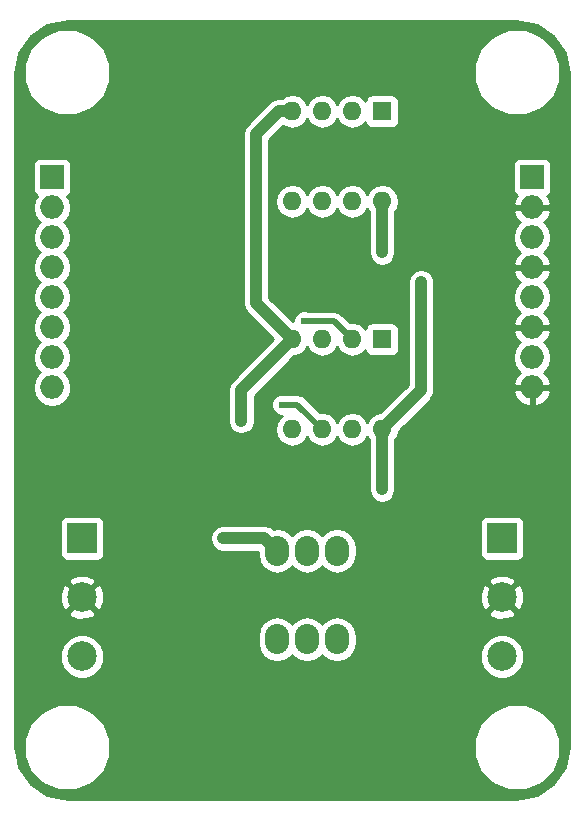
<source format=gbr>
G04 #@! TF.FileFunction,Copper,L2,Bot,Signal*
%FSLAX46Y46*%
G04 Gerber Fmt 4.6, Leading zero omitted, Abs format (unit mm)*
G04 Created by KiCad (PCBNEW 4.0.5-e0-6337~49~ubuntu15.04.1) date Tue Oct 24 21:00:28 2017*
%MOMM*%
%LPD*%
G01*
G04 APERTURE LIST*
%ADD10C,0.100000*%
%ADD11R,1.600000X1.600000*%
%ADD12O,1.600000X1.600000*%
%ADD13O,1.998980X1.998980*%
%ADD14R,1.998980X1.998980*%
%ADD15C,2.500000*%
%ADD16R,2.500000X2.500000*%
%ADD17O,2.032000X2.540000*%
%ADD18C,0.600000*%
%ADD19C,1.000000*%
%ADD20C,0.500000*%
%ADD21C,0.254000*%
G04 APERTURE END LIST*
D10*
D11*
X88900000Y-35052000D03*
D12*
X81280000Y-42672000D03*
X86360000Y-35052000D03*
X83820000Y-42672000D03*
X83820000Y-35052000D03*
X86360000Y-42672000D03*
X81280000Y-35052000D03*
X88900000Y-42672000D03*
D11*
X88900000Y-54356000D03*
D12*
X81280000Y-61976000D03*
X86360000Y-54356000D03*
X83820000Y-61976000D03*
X83820000Y-54356000D03*
X86360000Y-61976000D03*
X81280000Y-54356000D03*
X88900000Y-61976000D03*
D13*
X60960000Y-48260000D03*
D14*
X60960000Y-40640000D03*
D13*
X60960000Y-43180000D03*
X60960000Y-45720000D03*
X60960000Y-50800000D03*
X60960000Y-53340000D03*
X60960000Y-55880000D03*
X60960000Y-58420000D03*
X101600000Y-48260000D03*
D14*
X101600000Y-40640000D03*
D13*
X101600000Y-43180000D03*
X101600000Y-45720000D03*
X101600000Y-50800000D03*
X101600000Y-53340000D03*
X101600000Y-55880000D03*
X101600000Y-58420000D03*
D15*
X63500000Y-81200000D03*
D16*
X63500000Y-71200000D03*
D15*
X63500000Y-76200000D03*
X99060000Y-81200000D03*
D16*
X99060000Y-71200000D03*
D15*
X99060000Y-76200000D03*
D17*
X82550000Y-72263000D03*
X80010000Y-72263000D03*
X85090000Y-72263000D03*
X82550000Y-79756000D03*
X85090000Y-79756000D03*
X80010000Y-79756000D03*
D18*
X87884000Y-72872000D03*
X88900000Y-82804000D03*
X78994000Y-66548000D03*
X80168774Y-39110775D03*
X76342782Y-38698168D03*
X72414000Y-76200000D03*
X96012000Y-56896000D03*
X93980000Y-55118000D03*
X93980000Y-49530000D03*
X90170000Y-56642000D03*
X96520000Y-42418000D03*
X96520000Y-66548000D03*
X96520000Y-61722000D03*
X82550000Y-49784000D03*
X79756000Y-58420000D03*
X79756000Y-50546000D03*
X93980000Y-30226000D03*
X93980000Y-35814000D03*
X96520000Y-47244000D03*
X79756000Y-31242000D03*
X71612000Y-58420000D03*
X71612000Y-55880000D03*
X71612000Y-53340000D03*
X71612000Y-50800000D03*
X71612000Y-48260000D03*
X71612000Y-45720000D03*
X71612000Y-43180000D03*
X71612000Y-40640000D03*
X79756000Y-47244000D03*
X82296000Y-30480000D03*
X90424000Y-37592000D03*
X75438000Y-71200000D03*
X92202000Y-49530000D03*
X88900000Y-46990000D03*
X88900000Y-67056000D03*
X76985128Y-61275857D03*
X82296000Y-52832000D03*
X80459474Y-59882911D03*
D19*
X75438000Y-71200000D02*
X78947000Y-71200000D01*
X78947000Y-71200000D02*
X80010000Y-72263000D01*
X79455000Y-71708000D02*
X80010000Y-72263000D01*
X92202000Y-49530000D02*
X92205328Y-49533328D01*
X92205328Y-49533328D02*
X92205328Y-58670672D01*
X92205328Y-58670672D02*
X89699999Y-61176001D01*
X89699999Y-61176001D02*
X88900000Y-61976000D01*
X88900000Y-42672000D02*
X88900000Y-46990000D01*
X88900000Y-61976000D02*
X88900000Y-67056000D01*
X76985128Y-60851593D02*
X76985128Y-61275857D01*
X76985128Y-58650872D02*
X76985128Y-60851593D01*
X81280000Y-54356000D02*
X76985128Y-58650872D01*
X78232000Y-36968630D02*
X78232000Y-51308000D01*
X78232000Y-51308000D02*
X81280000Y-54356000D01*
X81280000Y-35052000D02*
X80148630Y-35052000D01*
X80148630Y-35052000D02*
X78232000Y-36968630D01*
D20*
X82296000Y-52832000D02*
X84836000Y-52832000D01*
X84836000Y-52832000D02*
X86360000Y-54356000D01*
X80883738Y-59882911D02*
X80459474Y-59882911D01*
X83820000Y-61976000D02*
X81726911Y-59882911D01*
X81726911Y-59882911D02*
X80883738Y-59882911D01*
D21*
G36*
X101997005Y-27725498D02*
X103410221Y-28669779D01*
X104354502Y-30082997D01*
X104700000Y-31819931D01*
X104700000Y-88830069D01*
X104354502Y-90567003D01*
X103410221Y-91980221D01*
X101997005Y-92924502D01*
X100260069Y-93270000D01*
X62299931Y-93270000D01*
X60562997Y-92924502D01*
X59149779Y-91980221D01*
X58205498Y-90567005D01*
X58017772Y-89623241D01*
X58577367Y-89623241D01*
X59132180Y-90965989D01*
X60158607Y-91994210D01*
X61500385Y-92551365D01*
X62953241Y-92552633D01*
X64295989Y-91997820D01*
X65324210Y-90971393D01*
X65881365Y-89629615D01*
X65881370Y-89623241D01*
X96677367Y-89623241D01*
X97232180Y-90965989D01*
X98258607Y-91994210D01*
X99600385Y-92551365D01*
X101053241Y-92552633D01*
X102395989Y-91997820D01*
X103424210Y-90971393D01*
X103981365Y-89629615D01*
X103982633Y-88176759D01*
X103427820Y-86834011D01*
X102401393Y-85805790D01*
X101059615Y-85248635D01*
X99606759Y-85247367D01*
X98264011Y-85802180D01*
X97235790Y-86828607D01*
X96678635Y-88170385D01*
X96677367Y-89623241D01*
X65881370Y-89623241D01*
X65882633Y-88176759D01*
X65327820Y-86834011D01*
X64301393Y-85805790D01*
X62959615Y-85248635D01*
X61506759Y-85247367D01*
X60164011Y-85802180D01*
X59135790Y-86828607D01*
X58578635Y-88170385D01*
X58577367Y-89623241D01*
X58017772Y-89623241D01*
X57860000Y-88830069D01*
X57860000Y-81573305D01*
X61614674Y-81573305D01*
X61901043Y-82266372D01*
X62430839Y-82797093D01*
X63123405Y-83084672D01*
X63873305Y-83085326D01*
X64566372Y-82798957D01*
X65097093Y-82269161D01*
X65384672Y-81576595D01*
X65385326Y-80826695D01*
X65098957Y-80133628D01*
X64569161Y-79602907D01*
X64236272Y-79464679D01*
X78359000Y-79464679D01*
X78359000Y-80047321D01*
X78484675Y-80679131D01*
X78842567Y-81214754D01*
X79378190Y-81572646D01*
X80010000Y-81698321D01*
X80641810Y-81572646D01*
X81177433Y-81214754D01*
X81280000Y-81061252D01*
X81382567Y-81214754D01*
X81918190Y-81572646D01*
X82550000Y-81698321D01*
X83181810Y-81572646D01*
X83717433Y-81214754D01*
X83820000Y-81061252D01*
X83922567Y-81214754D01*
X84458190Y-81572646D01*
X85090000Y-81698321D01*
X85718496Y-81573305D01*
X97174674Y-81573305D01*
X97461043Y-82266372D01*
X97990839Y-82797093D01*
X98683405Y-83084672D01*
X99433305Y-83085326D01*
X100126372Y-82798957D01*
X100657093Y-82269161D01*
X100944672Y-81576595D01*
X100945326Y-80826695D01*
X100658957Y-80133628D01*
X100129161Y-79602907D01*
X99436595Y-79315328D01*
X98686695Y-79314674D01*
X97993628Y-79601043D01*
X97462907Y-80130839D01*
X97175328Y-80823405D01*
X97174674Y-81573305D01*
X85718496Y-81573305D01*
X85721810Y-81572646D01*
X86257433Y-81214754D01*
X86615325Y-80679131D01*
X86741000Y-80047321D01*
X86741000Y-79464679D01*
X86615325Y-78832869D01*
X86257433Y-78297246D01*
X85721810Y-77939354D01*
X85090000Y-77813679D01*
X84458190Y-77939354D01*
X83922567Y-78297246D01*
X83820000Y-78450748D01*
X83717433Y-78297246D01*
X83181810Y-77939354D01*
X82550000Y-77813679D01*
X81918190Y-77939354D01*
X81382567Y-78297246D01*
X81280000Y-78450748D01*
X81177433Y-78297246D01*
X80641810Y-77939354D01*
X80010000Y-77813679D01*
X79378190Y-77939354D01*
X78842567Y-78297246D01*
X78484675Y-78832869D01*
X78359000Y-79464679D01*
X64236272Y-79464679D01*
X63876595Y-79315328D01*
X63126695Y-79314674D01*
X62433628Y-79601043D01*
X61902907Y-80130839D01*
X61615328Y-80823405D01*
X61614674Y-81573305D01*
X57860000Y-81573305D01*
X57860000Y-77533320D01*
X62346285Y-77533320D01*
X62475533Y-77826123D01*
X63175806Y-78094388D01*
X63925435Y-78074250D01*
X64524467Y-77826123D01*
X64653715Y-77533320D01*
X97906285Y-77533320D01*
X98035533Y-77826123D01*
X98735806Y-78094388D01*
X99485435Y-78074250D01*
X100084467Y-77826123D01*
X100213715Y-77533320D01*
X99060000Y-76379605D01*
X97906285Y-77533320D01*
X64653715Y-77533320D01*
X63500000Y-76379605D01*
X62346285Y-77533320D01*
X57860000Y-77533320D01*
X57860000Y-75875806D01*
X61605612Y-75875806D01*
X61625750Y-76625435D01*
X61873877Y-77224467D01*
X62166680Y-77353715D01*
X63320395Y-76200000D01*
X63679605Y-76200000D01*
X64833320Y-77353715D01*
X65126123Y-77224467D01*
X65394388Y-76524194D01*
X65376970Y-75875806D01*
X97165612Y-75875806D01*
X97185750Y-76625435D01*
X97433877Y-77224467D01*
X97726680Y-77353715D01*
X98880395Y-76200000D01*
X99239605Y-76200000D01*
X100393320Y-77353715D01*
X100686123Y-77224467D01*
X100954388Y-76524194D01*
X100934250Y-75774565D01*
X100686123Y-75175533D01*
X100393320Y-75046285D01*
X99239605Y-76200000D01*
X98880395Y-76200000D01*
X97726680Y-75046285D01*
X97433877Y-75175533D01*
X97165612Y-75875806D01*
X65376970Y-75875806D01*
X65374250Y-75774565D01*
X65126123Y-75175533D01*
X64833320Y-75046285D01*
X63679605Y-76200000D01*
X63320395Y-76200000D01*
X62166680Y-75046285D01*
X61873877Y-75175533D01*
X61605612Y-75875806D01*
X57860000Y-75875806D01*
X57860000Y-74866680D01*
X62346285Y-74866680D01*
X63500000Y-76020395D01*
X64653715Y-74866680D01*
X97906285Y-74866680D01*
X99060000Y-76020395D01*
X100213715Y-74866680D01*
X100084467Y-74573877D01*
X99384194Y-74305612D01*
X98634565Y-74325750D01*
X98035533Y-74573877D01*
X97906285Y-74866680D01*
X64653715Y-74866680D01*
X64524467Y-74573877D01*
X63824194Y-74305612D01*
X63074565Y-74325750D01*
X62475533Y-74573877D01*
X62346285Y-74866680D01*
X57860000Y-74866680D01*
X57860000Y-69950000D01*
X61602560Y-69950000D01*
X61602560Y-72450000D01*
X61646838Y-72685317D01*
X61785910Y-72901441D01*
X61998110Y-73046431D01*
X62250000Y-73097440D01*
X64750000Y-73097440D01*
X64985317Y-73053162D01*
X65201441Y-72914090D01*
X65346431Y-72701890D01*
X65397440Y-72450000D01*
X65397440Y-71200000D01*
X74303000Y-71200000D01*
X74389397Y-71634346D01*
X74635434Y-72002566D01*
X75003654Y-72248603D01*
X75438000Y-72335000D01*
X78359000Y-72335000D01*
X78359000Y-72554321D01*
X78484675Y-73186131D01*
X78842567Y-73721754D01*
X79378190Y-74079646D01*
X80010000Y-74205321D01*
X80641810Y-74079646D01*
X81177433Y-73721754D01*
X81280000Y-73568252D01*
X81382567Y-73721754D01*
X81918190Y-74079646D01*
X82550000Y-74205321D01*
X83181810Y-74079646D01*
X83717433Y-73721754D01*
X83820000Y-73568252D01*
X83922567Y-73721754D01*
X84458190Y-74079646D01*
X85090000Y-74205321D01*
X85721810Y-74079646D01*
X86257433Y-73721754D01*
X86615325Y-73186131D01*
X86741000Y-72554321D01*
X86741000Y-71971679D01*
X86615325Y-71339869D01*
X86257433Y-70804246D01*
X85721810Y-70446354D01*
X85090000Y-70320679D01*
X84458190Y-70446354D01*
X83922567Y-70804246D01*
X83820000Y-70957748D01*
X83717433Y-70804246D01*
X83181810Y-70446354D01*
X82550000Y-70320679D01*
X81918190Y-70446354D01*
X81382567Y-70804246D01*
X81280000Y-70957748D01*
X81177433Y-70804246D01*
X80641810Y-70446354D01*
X80010000Y-70320679D01*
X79720790Y-70378207D01*
X79551122Y-70264838D01*
X79381346Y-70151397D01*
X78947000Y-70065000D01*
X75438000Y-70065000D01*
X75003654Y-70151397D01*
X74635434Y-70397434D01*
X74389397Y-70765654D01*
X74303000Y-71200000D01*
X65397440Y-71200000D01*
X65397440Y-69950000D01*
X97162560Y-69950000D01*
X97162560Y-72450000D01*
X97206838Y-72685317D01*
X97345910Y-72901441D01*
X97558110Y-73046431D01*
X97810000Y-73097440D01*
X100310000Y-73097440D01*
X100545317Y-73053162D01*
X100761441Y-72914090D01*
X100906431Y-72701890D01*
X100957440Y-72450000D01*
X100957440Y-69950000D01*
X100913162Y-69714683D01*
X100774090Y-69498559D01*
X100561890Y-69353569D01*
X100310000Y-69302560D01*
X97810000Y-69302560D01*
X97574683Y-69346838D01*
X97358559Y-69485910D01*
X97213569Y-69698110D01*
X97162560Y-69950000D01*
X65397440Y-69950000D01*
X65353162Y-69714683D01*
X65214090Y-69498559D01*
X65001890Y-69353569D01*
X64750000Y-69302560D01*
X62250000Y-69302560D01*
X62014683Y-69346838D01*
X61798559Y-69485910D01*
X61653569Y-69698110D01*
X61602560Y-69950000D01*
X57860000Y-69950000D01*
X57860000Y-39640510D01*
X59313070Y-39640510D01*
X59313070Y-41639490D01*
X59357348Y-41874807D01*
X59496420Y-42090931D01*
X59662473Y-42204390D01*
X59449928Y-42522486D01*
X59325510Y-43147978D01*
X59325510Y-43212022D01*
X59449928Y-43837514D01*
X59804241Y-44367781D01*
X59927290Y-44450000D01*
X59804241Y-44532219D01*
X59449928Y-45062486D01*
X59325510Y-45687978D01*
X59325510Y-45752022D01*
X59449928Y-46377514D01*
X59804241Y-46907781D01*
X59927290Y-46990000D01*
X59804241Y-47072219D01*
X59449928Y-47602486D01*
X59325510Y-48227978D01*
X59325510Y-48292022D01*
X59449928Y-48917514D01*
X59804241Y-49447781D01*
X59927290Y-49530000D01*
X59804241Y-49612219D01*
X59449928Y-50142486D01*
X59325510Y-50767978D01*
X59325510Y-50832022D01*
X59449928Y-51457514D01*
X59804241Y-51987781D01*
X59927290Y-52070000D01*
X59804241Y-52152219D01*
X59449928Y-52682486D01*
X59325510Y-53307978D01*
X59325510Y-53372022D01*
X59449928Y-53997514D01*
X59804241Y-54527781D01*
X59927290Y-54610000D01*
X59804241Y-54692219D01*
X59449928Y-55222486D01*
X59325510Y-55847978D01*
X59325510Y-55912022D01*
X59449928Y-56537514D01*
X59804241Y-57067781D01*
X59927290Y-57150000D01*
X59804241Y-57232219D01*
X59449928Y-57762486D01*
X59325510Y-58387978D01*
X59325510Y-58452022D01*
X59449928Y-59077514D01*
X59804241Y-59607781D01*
X60334508Y-59962094D01*
X60960000Y-60086512D01*
X61585492Y-59962094D01*
X62115759Y-59607781D01*
X62470072Y-59077514D01*
X62554936Y-58650872D01*
X75850128Y-58650872D01*
X75850128Y-61275857D01*
X75936525Y-61710203D01*
X76182562Y-62078423D01*
X76550782Y-62324460D01*
X76985128Y-62410857D01*
X77419474Y-62324460D01*
X77787694Y-62078423D01*
X78033731Y-61710203D01*
X78120128Y-61275857D01*
X78120128Y-60068078D01*
X79524312Y-60068078D01*
X79666357Y-60411854D01*
X79929147Y-60675103D01*
X80272675Y-60817749D01*
X80437855Y-60817893D01*
X80265302Y-60933189D01*
X79954233Y-61398736D01*
X79845000Y-61947887D01*
X79845000Y-62004113D01*
X79954233Y-62553264D01*
X80265302Y-63018811D01*
X80730849Y-63329880D01*
X81280000Y-63439113D01*
X81829151Y-63329880D01*
X82294698Y-63018811D01*
X82550000Y-62636725D01*
X82805302Y-63018811D01*
X83270849Y-63329880D01*
X83820000Y-63439113D01*
X84369151Y-63329880D01*
X84834698Y-63018811D01*
X85090000Y-62636725D01*
X85345302Y-63018811D01*
X85810849Y-63329880D01*
X86360000Y-63439113D01*
X86909151Y-63329880D01*
X87374698Y-63018811D01*
X87630000Y-62636725D01*
X87765000Y-62838767D01*
X87765000Y-67056000D01*
X87851397Y-67490346D01*
X88097434Y-67858566D01*
X88465654Y-68104603D01*
X88900000Y-68191000D01*
X89334346Y-68104603D01*
X89702566Y-67858566D01*
X89948603Y-67490346D01*
X90035000Y-67056000D01*
X90035000Y-62838767D01*
X90225767Y-62553264D01*
X90299736Y-62181397D01*
X90502565Y-61978568D01*
X90502567Y-61978565D01*
X93007894Y-59473238D01*
X93087588Y-59353968D01*
X93253931Y-59105018D01*
X93314532Y-58800355D01*
X100010373Y-58800355D01*
X100276932Y-59379726D01*
X100744916Y-59812987D01*
X101219646Y-60009619D01*
X101473000Y-59890265D01*
X101473000Y-58547000D01*
X101727000Y-58547000D01*
X101727000Y-59890265D01*
X101980354Y-60009619D01*
X102455084Y-59812987D01*
X102923068Y-59379726D01*
X103189627Y-58800355D01*
X103070807Y-58547000D01*
X101727000Y-58547000D01*
X101473000Y-58547000D01*
X100129193Y-58547000D01*
X100010373Y-58800355D01*
X93314532Y-58800355D01*
X93340328Y-58670672D01*
X93340328Y-55847978D01*
X99965510Y-55847978D01*
X99965510Y-55912022D01*
X100089928Y-56537514D01*
X100444241Y-57067781D01*
X100593300Y-57167379D01*
X100276932Y-57460274D01*
X100010373Y-58039645D01*
X100129193Y-58293000D01*
X101473000Y-58293000D01*
X101473000Y-58273000D01*
X101727000Y-58273000D01*
X101727000Y-58293000D01*
X103070807Y-58293000D01*
X103189627Y-58039645D01*
X102923068Y-57460274D01*
X102606700Y-57167379D01*
X102755759Y-57067781D01*
X103110072Y-56537514D01*
X103234490Y-55912022D01*
X103234490Y-55847978D01*
X103110072Y-55222486D01*
X102755759Y-54692219D01*
X102606700Y-54592621D01*
X102923068Y-54299726D01*
X103189627Y-53720355D01*
X103070807Y-53467000D01*
X101727000Y-53467000D01*
X101727000Y-53487000D01*
X101473000Y-53487000D01*
X101473000Y-53467000D01*
X100129193Y-53467000D01*
X100010373Y-53720355D01*
X100276932Y-54299726D01*
X100593300Y-54592621D01*
X100444241Y-54692219D01*
X100089928Y-55222486D01*
X99965510Y-55847978D01*
X93340328Y-55847978D01*
X93340328Y-50767978D01*
X99965510Y-50767978D01*
X99965510Y-50832022D01*
X100089928Y-51457514D01*
X100444241Y-51987781D01*
X100593300Y-52087379D01*
X100276932Y-52380274D01*
X100010373Y-52959645D01*
X100129193Y-53213000D01*
X101473000Y-53213000D01*
X101473000Y-53193000D01*
X101727000Y-53193000D01*
X101727000Y-53213000D01*
X103070807Y-53213000D01*
X103189627Y-52959645D01*
X102923068Y-52380274D01*
X102606700Y-52087379D01*
X102755759Y-51987781D01*
X103110072Y-51457514D01*
X103234490Y-50832022D01*
X103234490Y-50767978D01*
X103110072Y-50142486D01*
X102755759Y-49612219D01*
X102606700Y-49512621D01*
X102923068Y-49219726D01*
X103189627Y-48640355D01*
X103070807Y-48387000D01*
X101727000Y-48387000D01*
X101727000Y-48407000D01*
X101473000Y-48407000D01*
X101473000Y-48387000D01*
X100129193Y-48387000D01*
X100010373Y-48640355D01*
X100276932Y-49219726D01*
X100593300Y-49512621D01*
X100444241Y-49612219D01*
X100089928Y-50142486D01*
X99965510Y-50767978D01*
X93340328Y-50767978D01*
X93340328Y-49533328D01*
X93302834Y-49344833D01*
X93253932Y-49098983D01*
X93007895Y-48730762D01*
X93004566Y-48727434D01*
X92636345Y-48481397D01*
X92202000Y-48395000D01*
X91767655Y-48481397D01*
X91399434Y-48727434D01*
X91153397Y-49095655D01*
X91067000Y-49530000D01*
X91070328Y-49546731D01*
X91070328Y-58200540D01*
X88897435Y-60373433D01*
X88897432Y-60373435D01*
X88722716Y-60548151D01*
X88350849Y-60622120D01*
X87885302Y-60933189D01*
X87630000Y-61315275D01*
X87374698Y-60933189D01*
X86909151Y-60622120D01*
X86360000Y-60512887D01*
X85810849Y-60622120D01*
X85345302Y-60933189D01*
X85090000Y-61315275D01*
X84834698Y-60933189D01*
X84369151Y-60622120D01*
X83820000Y-60512887D01*
X83643562Y-60547983D01*
X82352701Y-59257121D01*
X82125061Y-59105018D01*
X82065586Y-59065278D01*
X82009395Y-59054101D01*
X81726911Y-58997910D01*
X81726906Y-58997911D01*
X80766296Y-58997911D01*
X80646273Y-58948073D01*
X80274307Y-58947749D01*
X79930531Y-59089794D01*
X79667282Y-59352584D01*
X79524636Y-59696112D01*
X79524312Y-60068078D01*
X78120128Y-60068078D01*
X78120128Y-59121004D01*
X81457283Y-55783849D01*
X81829151Y-55709880D01*
X82294698Y-55398811D01*
X82550000Y-55016725D01*
X82805302Y-55398811D01*
X83270849Y-55709880D01*
X83820000Y-55819113D01*
X84369151Y-55709880D01*
X84834698Y-55398811D01*
X85090000Y-55016725D01*
X85345302Y-55398811D01*
X85810849Y-55709880D01*
X86360000Y-55819113D01*
X86909151Y-55709880D01*
X87374698Y-55398811D01*
X87471101Y-55254535D01*
X87496838Y-55391317D01*
X87635910Y-55607441D01*
X87848110Y-55752431D01*
X88100000Y-55803440D01*
X89700000Y-55803440D01*
X89935317Y-55759162D01*
X90151441Y-55620090D01*
X90296431Y-55407890D01*
X90347440Y-55156000D01*
X90347440Y-53556000D01*
X90303162Y-53320683D01*
X90164090Y-53104559D01*
X89951890Y-52959569D01*
X89700000Y-52908560D01*
X88100000Y-52908560D01*
X87864683Y-52952838D01*
X87648559Y-53091910D01*
X87503569Y-53304110D01*
X87472185Y-53459089D01*
X87374698Y-53313189D01*
X86909151Y-53002120D01*
X86360000Y-52892887D01*
X86183562Y-52927983D01*
X85461790Y-52206210D01*
X85380986Y-52152219D01*
X85174675Y-52014367D01*
X85118484Y-52003190D01*
X84836000Y-51946999D01*
X84835995Y-51947000D01*
X82602822Y-51947000D01*
X82482799Y-51897162D01*
X82110833Y-51896838D01*
X81767057Y-52038883D01*
X81503808Y-52301673D01*
X81361162Y-52645201D01*
X81360999Y-52831867D01*
X79367000Y-50837868D01*
X79367000Y-42643887D01*
X79845000Y-42643887D01*
X79845000Y-42700113D01*
X79954233Y-43249264D01*
X80265302Y-43714811D01*
X80730849Y-44025880D01*
X81280000Y-44135113D01*
X81829151Y-44025880D01*
X82294698Y-43714811D01*
X82550000Y-43332725D01*
X82805302Y-43714811D01*
X83270849Y-44025880D01*
X83820000Y-44135113D01*
X84369151Y-44025880D01*
X84834698Y-43714811D01*
X85090000Y-43332725D01*
X85345302Y-43714811D01*
X85810849Y-44025880D01*
X86360000Y-44135113D01*
X86909151Y-44025880D01*
X87374698Y-43714811D01*
X87630000Y-43332725D01*
X87765000Y-43534767D01*
X87765000Y-46990000D01*
X87851397Y-47424346D01*
X88097434Y-47792566D01*
X88465654Y-48038603D01*
X88900000Y-48125000D01*
X89334346Y-48038603D01*
X89702566Y-47792566D01*
X89948603Y-47424346D01*
X90035000Y-46990000D01*
X90035000Y-45687978D01*
X99965510Y-45687978D01*
X99965510Y-45752022D01*
X100089928Y-46377514D01*
X100444241Y-46907781D01*
X100593300Y-47007379D01*
X100276932Y-47300274D01*
X100010373Y-47879645D01*
X100129193Y-48133000D01*
X101473000Y-48133000D01*
X101473000Y-48113000D01*
X101727000Y-48113000D01*
X101727000Y-48133000D01*
X103070807Y-48133000D01*
X103189627Y-47879645D01*
X102923068Y-47300274D01*
X102606700Y-47007379D01*
X102755759Y-46907781D01*
X103110072Y-46377514D01*
X103234490Y-45752022D01*
X103234490Y-45687978D01*
X103110072Y-45062486D01*
X102755759Y-44532219D01*
X102606700Y-44432621D01*
X102923068Y-44139726D01*
X103189627Y-43560355D01*
X103070807Y-43307000D01*
X101727000Y-43307000D01*
X101727000Y-43327000D01*
X101473000Y-43327000D01*
X101473000Y-43307000D01*
X100129193Y-43307000D01*
X100010373Y-43560355D01*
X100276932Y-44139726D01*
X100593300Y-44432621D01*
X100444241Y-44532219D01*
X100089928Y-45062486D01*
X99965510Y-45687978D01*
X90035000Y-45687978D01*
X90035000Y-43534767D01*
X90225767Y-43249264D01*
X90335000Y-42700113D01*
X90335000Y-42643887D01*
X90225767Y-42094736D01*
X89914698Y-41629189D01*
X89449151Y-41318120D01*
X88900000Y-41208887D01*
X88350849Y-41318120D01*
X87885302Y-41629189D01*
X87630000Y-42011275D01*
X87374698Y-41629189D01*
X86909151Y-41318120D01*
X86360000Y-41208887D01*
X85810849Y-41318120D01*
X85345302Y-41629189D01*
X85090000Y-42011275D01*
X84834698Y-41629189D01*
X84369151Y-41318120D01*
X83820000Y-41208887D01*
X83270849Y-41318120D01*
X82805302Y-41629189D01*
X82550000Y-42011275D01*
X82294698Y-41629189D01*
X81829151Y-41318120D01*
X81280000Y-41208887D01*
X80730849Y-41318120D01*
X80265302Y-41629189D01*
X79954233Y-42094736D01*
X79845000Y-42643887D01*
X79367000Y-42643887D01*
X79367000Y-39640510D01*
X99953070Y-39640510D01*
X99953070Y-41639490D01*
X99997348Y-41874807D01*
X100136420Y-42090931D01*
X100297649Y-42201094D01*
X100276932Y-42220274D01*
X100010373Y-42799645D01*
X100129193Y-43053000D01*
X101473000Y-43053000D01*
X101473000Y-43033000D01*
X101727000Y-43033000D01*
X101727000Y-43053000D01*
X103070807Y-43053000D01*
X103189627Y-42799645D01*
X102923068Y-42220274D01*
X102901137Y-42199970D01*
X103050931Y-42103580D01*
X103195921Y-41891380D01*
X103246930Y-41639490D01*
X103246930Y-39640510D01*
X103202652Y-39405193D01*
X103063580Y-39189069D01*
X102851380Y-39044079D01*
X102599490Y-38993070D01*
X100600510Y-38993070D01*
X100365193Y-39037348D01*
X100149069Y-39176420D01*
X100004079Y-39388620D01*
X99953070Y-39640510D01*
X79367000Y-39640510D01*
X79367000Y-37438762D01*
X80532449Y-36273313D01*
X80730849Y-36405880D01*
X81280000Y-36515113D01*
X81829151Y-36405880D01*
X82294698Y-36094811D01*
X82550000Y-35712725D01*
X82805302Y-36094811D01*
X83270849Y-36405880D01*
X83820000Y-36515113D01*
X84369151Y-36405880D01*
X84834698Y-36094811D01*
X85090000Y-35712725D01*
X85345302Y-36094811D01*
X85810849Y-36405880D01*
X86360000Y-36515113D01*
X86909151Y-36405880D01*
X87374698Y-36094811D01*
X87471101Y-35950535D01*
X87496838Y-36087317D01*
X87635910Y-36303441D01*
X87848110Y-36448431D01*
X88100000Y-36499440D01*
X89700000Y-36499440D01*
X89935317Y-36455162D01*
X90151441Y-36316090D01*
X90296431Y-36103890D01*
X90347440Y-35852000D01*
X90347440Y-34252000D01*
X90303162Y-34016683D01*
X90164090Y-33800559D01*
X89951890Y-33655569D01*
X89700000Y-33604560D01*
X88100000Y-33604560D01*
X87864683Y-33648838D01*
X87648559Y-33787910D01*
X87503569Y-34000110D01*
X87472185Y-34155089D01*
X87374698Y-34009189D01*
X86909151Y-33698120D01*
X86360000Y-33588887D01*
X85810849Y-33698120D01*
X85345302Y-34009189D01*
X85090000Y-34391275D01*
X84834698Y-34009189D01*
X84369151Y-33698120D01*
X83820000Y-33588887D01*
X83270849Y-33698120D01*
X82805302Y-34009189D01*
X82550000Y-34391275D01*
X82294698Y-34009189D01*
X81829151Y-33698120D01*
X81280000Y-33588887D01*
X80730849Y-33698120D01*
X80403272Y-33917000D01*
X80148630Y-33917000D01*
X79714284Y-34003397D01*
X79346064Y-34249434D01*
X77429434Y-36166064D01*
X77183397Y-36534284D01*
X77097000Y-36968630D01*
X77097000Y-51308000D01*
X77183397Y-51742346D01*
X77347392Y-51987781D01*
X77429434Y-52110566D01*
X79674868Y-54356000D01*
X76182562Y-57848306D01*
X75936525Y-58216526D01*
X75850128Y-58650872D01*
X62554936Y-58650872D01*
X62594490Y-58452022D01*
X62594490Y-58387978D01*
X62470072Y-57762486D01*
X62115759Y-57232219D01*
X61992710Y-57150000D01*
X62115759Y-57067781D01*
X62470072Y-56537514D01*
X62594490Y-55912022D01*
X62594490Y-55847978D01*
X62470072Y-55222486D01*
X62115759Y-54692219D01*
X61992710Y-54610000D01*
X62115759Y-54527781D01*
X62470072Y-53997514D01*
X62594490Y-53372022D01*
X62594490Y-53307978D01*
X62470072Y-52682486D01*
X62115759Y-52152219D01*
X61992710Y-52070000D01*
X62115759Y-51987781D01*
X62470072Y-51457514D01*
X62594490Y-50832022D01*
X62594490Y-50767978D01*
X62470072Y-50142486D01*
X62115759Y-49612219D01*
X61992710Y-49530000D01*
X62115759Y-49447781D01*
X62470072Y-48917514D01*
X62594490Y-48292022D01*
X62594490Y-48227978D01*
X62470072Y-47602486D01*
X62115759Y-47072219D01*
X61992710Y-46990000D01*
X62115759Y-46907781D01*
X62470072Y-46377514D01*
X62594490Y-45752022D01*
X62594490Y-45687978D01*
X62470072Y-45062486D01*
X62115759Y-44532219D01*
X61992710Y-44450000D01*
X62115759Y-44367781D01*
X62470072Y-43837514D01*
X62594490Y-43212022D01*
X62594490Y-43147978D01*
X62470072Y-42522486D01*
X62256547Y-42202923D01*
X62410931Y-42103580D01*
X62555921Y-41891380D01*
X62606930Y-41639490D01*
X62606930Y-39640510D01*
X62562652Y-39405193D01*
X62423580Y-39189069D01*
X62211380Y-39044079D01*
X61959490Y-38993070D01*
X59960510Y-38993070D01*
X59725193Y-39037348D01*
X59509069Y-39176420D01*
X59364079Y-39388620D01*
X59313070Y-39640510D01*
X57860000Y-39640510D01*
X57860000Y-32473241D01*
X58577367Y-32473241D01*
X59132180Y-33815989D01*
X60158607Y-34844210D01*
X61500385Y-35401365D01*
X62953241Y-35402633D01*
X64295989Y-34847820D01*
X65324210Y-33821393D01*
X65881365Y-32479615D01*
X65881370Y-32473241D01*
X96677367Y-32473241D01*
X97232180Y-33815989D01*
X98258607Y-34844210D01*
X99600385Y-35401365D01*
X101053241Y-35402633D01*
X102395989Y-34847820D01*
X103424210Y-33821393D01*
X103981365Y-32479615D01*
X103982633Y-31026759D01*
X103427820Y-29684011D01*
X102401393Y-28655790D01*
X101059615Y-28098635D01*
X99606759Y-28097367D01*
X98264011Y-28652180D01*
X97235790Y-29678607D01*
X96678635Y-31020385D01*
X96677367Y-32473241D01*
X65881370Y-32473241D01*
X65882633Y-31026759D01*
X65327820Y-29684011D01*
X64301393Y-28655790D01*
X62959615Y-28098635D01*
X61506759Y-28097367D01*
X60164011Y-28652180D01*
X59135790Y-29678607D01*
X58578635Y-31020385D01*
X58577367Y-32473241D01*
X57860000Y-32473241D01*
X57860000Y-31819931D01*
X58205498Y-30082995D01*
X59149779Y-28669779D01*
X60562997Y-27725498D01*
X62299931Y-27380000D01*
X100260069Y-27380000D01*
X101997005Y-27725498D01*
X101997005Y-27725498D01*
G37*
X101997005Y-27725498D02*
X103410221Y-28669779D01*
X104354502Y-30082997D01*
X104700000Y-31819931D01*
X104700000Y-88830069D01*
X104354502Y-90567003D01*
X103410221Y-91980221D01*
X101997005Y-92924502D01*
X100260069Y-93270000D01*
X62299931Y-93270000D01*
X60562997Y-92924502D01*
X59149779Y-91980221D01*
X58205498Y-90567005D01*
X58017772Y-89623241D01*
X58577367Y-89623241D01*
X59132180Y-90965989D01*
X60158607Y-91994210D01*
X61500385Y-92551365D01*
X62953241Y-92552633D01*
X64295989Y-91997820D01*
X65324210Y-90971393D01*
X65881365Y-89629615D01*
X65881370Y-89623241D01*
X96677367Y-89623241D01*
X97232180Y-90965989D01*
X98258607Y-91994210D01*
X99600385Y-92551365D01*
X101053241Y-92552633D01*
X102395989Y-91997820D01*
X103424210Y-90971393D01*
X103981365Y-89629615D01*
X103982633Y-88176759D01*
X103427820Y-86834011D01*
X102401393Y-85805790D01*
X101059615Y-85248635D01*
X99606759Y-85247367D01*
X98264011Y-85802180D01*
X97235790Y-86828607D01*
X96678635Y-88170385D01*
X96677367Y-89623241D01*
X65881370Y-89623241D01*
X65882633Y-88176759D01*
X65327820Y-86834011D01*
X64301393Y-85805790D01*
X62959615Y-85248635D01*
X61506759Y-85247367D01*
X60164011Y-85802180D01*
X59135790Y-86828607D01*
X58578635Y-88170385D01*
X58577367Y-89623241D01*
X58017772Y-89623241D01*
X57860000Y-88830069D01*
X57860000Y-81573305D01*
X61614674Y-81573305D01*
X61901043Y-82266372D01*
X62430839Y-82797093D01*
X63123405Y-83084672D01*
X63873305Y-83085326D01*
X64566372Y-82798957D01*
X65097093Y-82269161D01*
X65384672Y-81576595D01*
X65385326Y-80826695D01*
X65098957Y-80133628D01*
X64569161Y-79602907D01*
X64236272Y-79464679D01*
X78359000Y-79464679D01*
X78359000Y-80047321D01*
X78484675Y-80679131D01*
X78842567Y-81214754D01*
X79378190Y-81572646D01*
X80010000Y-81698321D01*
X80641810Y-81572646D01*
X81177433Y-81214754D01*
X81280000Y-81061252D01*
X81382567Y-81214754D01*
X81918190Y-81572646D01*
X82550000Y-81698321D01*
X83181810Y-81572646D01*
X83717433Y-81214754D01*
X83820000Y-81061252D01*
X83922567Y-81214754D01*
X84458190Y-81572646D01*
X85090000Y-81698321D01*
X85718496Y-81573305D01*
X97174674Y-81573305D01*
X97461043Y-82266372D01*
X97990839Y-82797093D01*
X98683405Y-83084672D01*
X99433305Y-83085326D01*
X100126372Y-82798957D01*
X100657093Y-82269161D01*
X100944672Y-81576595D01*
X100945326Y-80826695D01*
X100658957Y-80133628D01*
X100129161Y-79602907D01*
X99436595Y-79315328D01*
X98686695Y-79314674D01*
X97993628Y-79601043D01*
X97462907Y-80130839D01*
X97175328Y-80823405D01*
X97174674Y-81573305D01*
X85718496Y-81573305D01*
X85721810Y-81572646D01*
X86257433Y-81214754D01*
X86615325Y-80679131D01*
X86741000Y-80047321D01*
X86741000Y-79464679D01*
X86615325Y-78832869D01*
X86257433Y-78297246D01*
X85721810Y-77939354D01*
X85090000Y-77813679D01*
X84458190Y-77939354D01*
X83922567Y-78297246D01*
X83820000Y-78450748D01*
X83717433Y-78297246D01*
X83181810Y-77939354D01*
X82550000Y-77813679D01*
X81918190Y-77939354D01*
X81382567Y-78297246D01*
X81280000Y-78450748D01*
X81177433Y-78297246D01*
X80641810Y-77939354D01*
X80010000Y-77813679D01*
X79378190Y-77939354D01*
X78842567Y-78297246D01*
X78484675Y-78832869D01*
X78359000Y-79464679D01*
X64236272Y-79464679D01*
X63876595Y-79315328D01*
X63126695Y-79314674D01*
X62433628Y-79601043D01*
X61902907Y-80130839D01*
X61615328Y-80823405D01*
X61614674Y-81573305D01*
X57860000Y-81573305D01*
X57860000Y-77533320D01*
X62346285Y-77533320D01*
X62475533Y-77826123D01*
X63175806Y-78094388D01*
X63925435Y-78074250D01*
X64524467Y-77826123D01*
X64653715Y-77533320D01*
X97906285Y-77533320D01*
X98035533Y-77826123D01*
X98735806Y-78094388D01*
X99485435Y-78074250D01*
X100084467Y-77826123D01*
X100213715Y-77533320D01*
X99060000Y-76379605D01*
X97906285Y-77533320D01*
X64653715Y-77533320D01*
X63500000Y-76379605D01*
X62346285Y-77533320D01*
X57860000Y-77533320D01*
X57860000Y-75875806D01*
X61605612Y-75875806D01*
X61625750Y-76625435D01*
X61873877Y-77224467D01*
X62166680Y-77353715D01*
X63320395Y-76200000D01*
X63679605Y-76200000D01*
X64833320Y-77353715D01*
X65126123Y-77224467D01*
X65394388Y-76524194D01*
X65376970Y-75875806D01*
X97165612Y-75875806D01*
X97185750Y-76625435D01*
X97433877Y-77224467D01*
X97726680Y-77353715D01*
X98880395Y-76200000D01*
X99239605Y-76200000D01*
X100393320Y-77353715D01*
X100686123Y-77224467D01*
X100954388Y-76524194D01*
X100934250Y-75774565D01*
X100686123Y-75175533D01*
X100393320Y-75046285D01*
X99239605Y-76200000D01*
X98880395Y-76200000D01*
X97726680Y-75046285D01*
X97433877Y-75175533D01*
X97165612Y-75875806D01*
X65376970Y-75875806D01*
X65374250Y-75774565D01*
X65126123Y-75175533D01*
X64833320Y-75046285D01*
X63679605Y-76200000D01*
X63320395Y-76200000D01*
X62166680Y-75046285D01*
X61873877Y-75175533D01*
X61605612Y-75875806D01*
X57860000Y-75875806D01*
X57860000Y-74866680D01*
X62346285Y-74866680D01*
X63500000Y-76020395D01*
X64653715Y-74866680D01*
X97906285Y-74866680D01*
X99060000Y-76020395D01*
X100213715Y-74866680D01*
X100084467Y-74573877D01*
X99384194Y-74305612D01*
X98634565Y-74325750D01*
X98035533Y-74573877D01*
X97906285Y-74866680D01*
X64653715Y-74866680D01*
X64524467Y-74573877D01*
X63824194Y-74305612D01*
X63074565Y-74325750D01*
X62475533Y-74573877D01*
X62346285Y-74866680D01*
X57860000Y-74866680D01*
X57860000Y-69950000D01*
X61602560Y-69950000D01*
X61602560Y-72450000D01*
X61646838Y-72685317D01*
X61785910Y-72901441D01*
X61998110Y-73046431D01*
X62250000Y-73097440D01*
X64750000Y-73097440D01*
X64985317Y-73053162D01*
X65201441Y-72914090D01*
X65346431Y-72701890D01*
X65397440Y-72450000D01*
X65397440Y-71200000D01*
X74303000Y-71200000D01*
X74389397Y-71634346D01*
X74635434Y-72002566D01*
X75003654Y-72248603D01*
X75438000Y-72335000D01*
X78359000Y-72335000D01*
X78359000Y-72554321D01*
X78484675Y-73186131D01*
X78842567Y-73721754D01*
X79378190Y-74079646D01*
X80010000Y-74205321D01*
X80641810Y-74079646D01*
X81177433Y-73721754D01*
X81280000Y-73568252D01*
X81382567Y-73721754D01*
X81918190Y-74079646D01*
X82550000Y-74205321D01*
X83181810Y-74079646D01*
X83717433Y-73721754D01*
X83820000Y-73568252D01*
X83922567Y-73721754D01*
X84458190Y-74079646D01*
X85090000Y-74205321D01*
X85721810Y-74079646D01*
X86257433Y-73721754D01*
X86615325Y-73186131D01*
X86741000Y-72554321D01*
X86741000Y-71971679D01*
X86615325Y-71339869D01*
X86257433Y-70804246D01*
X85721810Y-70446354D01*
X85090000Y-70320679D01*
X84458190Y-70446354D01*
X83922567Y-70804246D01*
X83820000Y-70957748D01*
X83717433Y-70804246D01*
X83181810Y-70446354D01*
X82550000Y-70320679D01*
X81918190Y-70446354D01*
X81382567Y-70804246D01*
X81280000Y-70957748D01*
X81177433Y-70804246D01*
X80641810Y-70446354D01*
X80010000Y-70320679D01*
X79720790Y-70378207D01*
X79551122Y-70264838D01*
X79381346Y-70151397D01*
X78947000Y-70065000D01*
X75438000Y-70065000D01*
X75003654Y-70151397D01*
X74635434Y-70397434D01*
X74389397Y-70765654D01*
X74303000Y-71200000D01*
X65397440Y-71200000D01*
X65397440Y-69950000D01*
X97162560Y-69950000D01*
X97162560Y-72450000D01*
X97206838Y-72685317D01*
X97345910Y-72901441D01*
X97558110Y-73046431D01*
X97810000Y-73097440D01*
X100310000Y-73097440D01*
X100545317Y-73053162D01*
X100761441Y-72914090D01*
X100906431Y-72701890D01*
X100957440Y-72450000D01*
X100957440Y-69950000D01*
X100913162Y-69714683D01*
X100774090Y-69498559D01*
X100561890Y-69353569D01*
X100310000Y-69302560D01*
X97810000Y-69302560D01*
X97574683Y-69346838D01*
X97358559Y-69485910D01*
X97213569Y-69698110D01*
X97162560Y-69950000D01*
X65397440Y-69950000D01*
X65353162Y-69714683D01*
X65214090Y-69498559D01*
X65001890Y-69353569D01*
X64750000Y-69302560D01*
X62250000Y-69302560D01*
X62014683Y-69346838D01*
X61798559Y-69485910D01*
X61653569Y-69698110D01*
X61602560Y-69950000D01*
X57860000Y-69950000D01*
X57860000Y-39640510D01*
X59313070Y-39640510D01*
X59313070Y-41639490D01*
X59357348Y-41874807D01*
X59496420Y-42090931D01*
X59662473Y-42204390D01*
X59449928Y-42522486D01*
X59325510Y-43147978D01*
X59325510Y-43212022D01*
X59449928Y-43837514D01*
X59804241Y-44367781D01*
X59927290Y-44450000D01*
X59804241Y-44532219D01*
X59449928Y-45062486D01*
X59325510Y-45687978D01*
X59325510Y-45752022D01*
X59449928Y-46377514D01*
X59804241Y-46907781D01*
X59927290Y-46990000D01*
X59804241Y-47072219D01*
X59449928Y-47602486D01*
X59325510Y-48227978D01*
X59325510Y-48292022D01*
X59449928Y-48917514D01*
X59804241Y-49447781D01*
X59927290Y-49530000D01*
X59804241Y-49612219D01*
X59449928Y-50142486D01*
X59325510Y-50767978D01*
X59325510Y-50832022D01*
X59449928Y-51457514D01*
X59804241Y-51987781D01*
X59927290Y-52070000D01*
X59804241Y-52152219D01*
X59449928Y-52682486D01*
X59325510Y-53307978D01*
X59325510Y-53372022D01*
X59449928Y-53997514D01*
X59804241Y-54527781D01*
X59927290Y-54610000D01*
X59804241Y-54692219D01*
X59449928Y-55222486D01*
X59325510Y-55847978D01*
X59325510Y-55912022D01*
X59449928Y-56537514D01*
X59804241Y-57067781D01*
X59927290Y-57150000D01*
X59804241Y-57232219D01*
X59449928Y-57762486D01*
X59325510Y-58387978D01*
X59325510Y-58452022D01*
X59449928Y-59077514D01*
X59804241Y-59607781D01*
X60334508Y-59962094D01*
X60960000Y-60086512D01*
X61585492Y-59962094D01*
X62115759Y-59607781D01*
X62470072Y-59077514D01*
X62554936Y-58650872D01*
X75850128Y-58650872D01*
X75850128Y-61275857D01*
X75936525Y-61710203D01*
X76182562Y-62078423D01*
X76550782Y-62324460D01*
X76985128Y-62410857D01*
X77419474Y-62324460D01*
X77787694Y-62078423D01*
X78033731Y-61710203D01*
X78120128Y-61275857D01*
X78120128Y-60068078D01*
X79524312Y-60068078D01*
X79666357Y-60411854D01*
X79929147Y-60675103D01*
X80272675Y-60817749D01*
X80437855Y-60817893D01*
X80265302Y-60933189D01*
X79954233Y-61398736D01*
X79845000Y-61947887D01*
X79845000Y-62004113D01*
X79954233Y-62553264D01*
X80265302Y-63018811D01*
X80730849Y-63329880D01*
X81280000Y-63439113D01*
X81829151Y-63329880D01*
X82294698Y-63018811D01*
X82550000Y-62636725D01*
X82805302Y-63018811D01*
X83270849Y-63329880D01*
X83820000Y-63439113D01*
X84369151Y-63329880D01*
X84834698Y-63018811D01*
X85090000Y-62636725D01*
X85345302Y-63018811D01*
X85810849Y-63329880D01*
X86360000Y-63439113D01*
X86909151Y-63329880D01*
X87374698Y-63018811D01*
X87630000Y-62636725D01*
X87765000Y-62838767D01*
X87765000Y-67056000D01*
X87851397Y-67490346D01*
X88097434Y-67858566D01*
X88465654Y-68104603D01*
X88900000Y-68191000D01*
X89334346Y-68104603D01*
X89702566Y-67858566D01*
X89948603Y-67490346D01*
X90035000Y-67056000D01*
X90035000Y-62838767D01*
X90225767Y-62553264D01*
X90299736Y-62181397D01*
X90502565Y-61978568D01*
X90502567Y-61978565D01*
X93007894Y-59473238D01*
X93087588Y-59353968D01*
X93253931Y-59105018D01*
X93314532Y-58800355D01*
X100010373Y-58800355D01*
X100276932Y-59379726D01*
X100744916Y-59812987D01*
X101219646Y-60009619D01*
X101473000Y-59890265D01*
X101473000Y-58547000D01*
X101727000Y-58547000D01*
X101727000Y-59890265D01*
X101980354Y-60009619D01*
X102455084Y-59812987D01*
X102923068Y-59379726D01*
X103189627Y-58800355D01*
X103070807Y-58547000D01*
X101727000Y-58547000D01*
X101473000Y-58547000D01*
X100129193Y-58547000D01*
X100010373Y-58800355D01*
X93314532Y-58800355D01*
X93340328Y-58670672D01*
X93340328Y-55847978D01*
X99965510Y-55847978D01*
X99965510Y-55912022D01*
X100089928Y-56537514D01*
X100444241Y-57067781D01*
X100593300Y-57167379D01*
X100276932Y-57460274D01*
X100010373Y-58039645D01*
X100129193Y-58293000D01*
X101473000Y-58293000D01*
X101473000Y-58273000D01*
X101727000Y-58273000D01*
X101727000Y-58293000D01*
X103070807Y-58293000D01*
X103189627Y-58039645D01*
X102923068Y-57460274D01*
X102606700Y-57167379D01*
X102755759Y-57067781D01*
X103110072Y-56537514D01*
X103234490Y-55912022D01*
X103234490Y-55847978D01*
X103110072Y-55222486D01*
X102755759Y-54692219D01*
X102606700Y-54592621D01*
X102923068Y-54299726D01*
X103189627Y-53720355D01*
X103070807Y-53467000D01*
X101727000Y-53467000D01*
X101727000Y-53487000D01*
X101473000Y-53487000D01*
X101473000Y-53467000D01*
X100129193Y-53467000D01*
X100010373Y-53720355D01*
X100276932Y-54299726D01*
X100593300Y-54592621D01*
X100444241Y-54692219D01*
X100089928Y-55222486D01*
X99965510Y-55847978D01*
X93340328Y-55847978D01*
X93340328Y-50767978D01*
X99965510Y-50767978D01*
X99965510Y-50832022D01*
X100089928Y-51457514D01*
X100444241Y-51987781D01*
X100593300Y-52087379D01*
X100276932Y-52380274D01*
X100010373Y-52959645D01*
X100129193Y-53213000D01*
X101473000Y-53213000D01*
X101473000Y-53193000D01*
X101727000Y-53193000D01*
X101727000Y-53213000D01*
X103070807Y-53213000D01*
X103189627Y-52959645D01*
X102923068Y-52380274D01*
X102606700Y-52087379D01*
X102755759Y-51987781D01*
X103110072Y-51457514D01*
X103234490Y-50832022D01*
X103234490Y-50767978D01*
X103110072Y-50142486D01*
X102755759Y-49612219D01*
X102606700Y-49512621D01*
X102923068Y-49219726D01*
X103189627Y-48640355D01*
X103070807Y-48387000D01*
X101727000Y-48387000D01*
X101727000Y-48407000D01*
X101473000Y-48407000D01*
X101473000Y-48387000D01*
X100129193Y-48387000D01*
X100010373Y-48640355D01*
X100276932Y-49219726D01*
X100593300Y-49512621D01*
X100444241Y-49612219D01*
X100089928Y-50142486D01*
X99965510Y-50767978D01*
X93340328Y-50767978D01*
X93340328Y-49533328D01*
X93302834Y-49344833D01*
X93253932Y-49098983D01*
X93007895Y-48730762D01*
X93004566Y-48727434D01*
X92636345Y-48481397D01*
X92202000Y-48395000D01*
X91767655Y-48481397D01*
X91399434Y-48727434D01*
X91153397Y-49095655D01*
X91067000Y-49530000D01*
X91070328Y-49546731D01*
X91070328Y-58200540D01*
X88897435Y-60373433D01*
X88897432Y-60373435D01*
X88722716Y-60548151D01*
X88350849Y-60622120D01*
X87885302Y-60933189D01*
X87630000Y-61315275D01*
X87374698Y-60933189D01*
X86909151Y-60622120D01*
X86360000Y-60512887D01*
X85810849Y-60622120D01*
X85345302Y-60933189D01*
X85090000Y-61315275D01*
X84834698Y-60933189D01*
X84369151Y-60622120D01*
X83820000Y-60512887D01*
X83643562Y-60547983D01*
X82352701Y-59257121D01*
X82125061Y-59105018D01*
X82065586Y-59065278D01*
X82009395Y-59054101D01*
X81726911Y-58997910D01*
X81726906Y-58997911D01*
X80766296Y-58997911D01*
X80646273Y-58948073D01*
X80274307Y-58947749D01*
X79930531Y-59089794D01*
X79667282Y-59352584D01*
X79524636Y-59696112D01*
X79524312Y-60068078D01*
X78120128Y-60068078D01*
X78120128Y-59121004D01*
X81457283Y-55783849D01*
X81829151Y-55709880D01*
X82294698Y-55398811D01*
X82550000Y-55016725D01*
X82805302Y-55398811D01*
X83270849Y-55709880D01*
X83820000Y-55819113D01*
X84369151Y-55709880D01*
X84834698Y-55398811D01*
X85090000Y-55016725D01*
X85345302Y-55398811D01*
X85810849Y-55709880D01*
X86360000Y-55819113D01*
X86909151Y-55709880D01*
X87374698Y-55398811D01*
X87471101Y-55254535D01*
X87496838Y-55391317D01*
X87635910Y-55607441D01*
X87848110Y-55752431D01*
X88100000Y-55803440D01*
X89700000Y-55803440D01*
X89935317Y-55759162D01*
X90151441Y-55620090D01*
X90296431Y-55407890D01*
X90347440Y-55156000D01*
X90347440Y-53556000D01*
X90303162Y-53320683D01*
X90164090Y-53104559D01*
X89951890Y-52959569D01*
X89700000Y-52908560D01*
X88100000Y-52908560D01*
X87864683Y-52952838D01*
X87648559Y-53091910D01*
X87503569Y-53304110D01*
X87472185Y-53459089D01*
X87374698Y-53313189D01*
X86909151Y-53002120D01*
X86360000Y-52892887D01*
X86183562Y-52927983D01*
X85461790Y-52206210D01*
X85380986Y-52152219D01*
X85174675Y-52014367D01*
X85118484Y-52003190D01*
X84836000Y-51946999D01*
X84835995Y-51947000D01*
X82602822Y-51947000D01*
X82482799Y-51897162D01*
X82110833Y-51896838D01*
X81767057Y-52038883D01*
X81503808Y-52301673D01*
X81361162Y-52645201D01*
X81360999Y-52831867D01*
X79367000Y-50837868D01*
X79367000Y-42643887D01*
X79845000Y-42643887D01*
X79845000Y-42700113D01*
X79954233Y-43249264D01*
X80265302Y-43714811D01*
X80730849Y-44025880D01*
X81280000Y-44135113D01*
X81829151Y-44025880D01*
X82294698Y-43714811D01*
X82550000Y-43332725D01*
X82805302Y-43714811D01*
X83270849Y-44025880D01*
X83820000Y-44135113D01*
X84369151Y-44025880D01*
X84834698Y-43714811D01*
X85090000Y-43332725D01*
X85345302Y-43714811D01*
X85810849Y-44025880D01*
X86360000Y-44135113D01*
X86909151Y-44025880D01*
X87374698Y-43714811D01*
X87630000Y-43332725D01*
X87765000Y-43534767D01*
X87765000Y-46990000D01*
X87851397Y-47424346D01*
X88097434Y-47792566D01*
X88465654Y-48038603D01*
X88900000Y-48125000D01*
X89334346Y-48038603D01*
X89702566Y-47792566D01*
X89948603Y-47424346D01*
X90035000Y-46990000D01*
X90035000Y-45687978D01*
X99965510Y-45687978D01*
X99965510Y-45752022D01*
X100089928Y-46377514D01*
X100444241Y-46907781D01*
X100593300Y-47007379D01*
X100276932Y-47300274D01*
X100010373Y-47879645D01*
X100129193Y-48133000D01*
X101473000Y-48133000D01*
X101473000Y-48113000D01*
X101727000Y-48113000D01*
X101727000Y-48133000D01*
X103070807Y-48133000D01*
X103189627Y-47879645D01*
X102923068Y-47300274D01*
X102606700Y-47007379D01*
X102755759Y-46907781D01*
X103110072Y-46377514D01*
X103234490Y-45752022D01*
X103234490Y-45687978D01*
X103110072Y-45062486D01*
X102755759Y-44532219D01*
X102606700Y-44432621D01*
X102923068Y-44139726D01*
X103189627Y-43560355D01*
X103070807Y-43307000D01*
X101727000Y-43307000D01*
X101727000Y-43327000D01*
X101473000Y-43327000D01*
X101473000Y-43307000D01*
X100129193Y-43307000D01*
X100010373Y-43560355D01*
X100276932Y-44139726D01*
X100593300Y-44432621D01*
X100444241Y-44532219D01*
X100089928Y-45062486D01*
X99965510Y-45687978D01*
X90035000Y-45687978D01*
X90035000Y-43534767D01*
X90225767Y-43249264D01*
X90335000Y-42700113D01*
X90335000Y-42643887D01*
X90225767Y-42094736D01*
X89914698Y-41629189D01*
X89449151Y-41318120D01*
X88900000Y-41208887D01*
X88350849Y-41318120D01*
X87885302Y-41629189D01*
X87630000Y-42011275D01*
X87374698Y-41629189D01*
X86909151Y-41318120D01*
X86360000Y-41208887D01*
X85810849Y-41318120D01*
X85345302Y-41629189D01*
X85090000Y-42011275D01*
X84834698Y-41629189D01*
X84369151Y-41318120D01*
X83820000Y-41208887D01*
X83270849Y-41318120D01*
X82805302Y-41629189D01*
X82550000Y-42011275D01*
X82294698Y-41629189D01*
X81829151Y-41318120D01*
X81280000Y-41208887D01*
X80730849Y-41318120D01*
X80265302Y-41629189D01*
X79954233Y-42094736D01*
X79845000Y-42643887D01*
X79367000Y-42643887D01*
X79367000Y-39640510D01*
X99953070Y-39640510D01*
X99953070Y-41639490D01*
X99997348Y-41874807D01*
X100136420Y-42090931D01*
X100297649Y-42201094D01*
X100276932Y-42220274D01*
X100010373Y-42799645D01*
X100129193Y-43053000D01*
X101473000Y-43053000D01*
X101473000Y-43033000D01*
X101727000Y-43033000D01*
X101727000Y-43053000D01*
X103070807Y-43053000D01*
X103189627Y-42799645D01*
X102923068Y-42220274D01*
X102901137Y-42199970D01*
X103050931Y-42103580D01*
X103195921Y-41891380D01*
X103246930Y-41639490D01*
X103246930Y-39640510D01*
X103202652Y-39405193D01*
X103063580Y-39189069D01*
X102851380Y-39044079D01*
X102599490Y-38993070D01*
X100600510Y-38993070D01*
X100365193Y-39037348D01*
X100149069Y-39176420D01*
X100004079Y-39388620D01*
X99953070Y-39640510D01*
X79367000Y-39640510D01*
X79367000Y-37438762D01*
X80532449Y-36273313D01*
X80730849Y-36405880D01*
X81280000Y-36515113D01*
X81829151Y-36405880D01*
X82294698Y-36094811D01*
X82550000Y-35712725D01*
X82805302Y-36094811D01*
X83270849Y-36405880D01*
X83820000Y-36515113D01*
X84369151Y-36405880D01*
X84834698Y-36094811D01*
X85090000Y-35712725D01*
X85345302Y-36094811D01*
X85810849Y-36405880D01*
X86360000Y-36515113D01*
X86909151Y-36405880D01*
X87374698Y-36094811D01*
X87471101Y-35950535D01*
X87496838Y-36087317D01*
X87635910Y-36303441D01*
X87848110Y-36448431D01*
X88100000Y-36499440D01*
X89700000Y-36499440D01*
X89935317Y-36455162D01*
X90151441Y-36316090D01*
X90296431Y-36103890D01*
X90347440Y-35852000D01*
X90347440Y-34252000D01*
X90303162Y-34016683D01*
X90164090Y-33800559D01*
X89951890Y-33655569D01*
X89700000Y-33604560D01*
X88100000Y-33604560D01*
X87864683Y-33648838D01*
X87648559Y-33787910D01*
X87503569Y-34000110D01*
X87472185Y-34155089D01*
X87374698Y-34009189D01*
X86909151Y-33698120D01*
X86360000Y-33588887D01*
X85810849Y-33698120D01*
X85345302Y-34009189D01*
X85090000Y-34391275D01*
X84834698Y-34009189D01*
X84369151Y-33698120D01*
X83820000Y-33588887D01*
X83270849Y-33698120D01*
X82805302Y-34009189D01*
X82550000Y-34391275D01*
X82294698Y-34009189D01*
X81829151Y-33698120D01*
X81280000Y-33588887D01*
X80730849Y-33698120D01*
X80403272Y-33917000D01*
X80148630Y-33917000D01*
X79714284Y-34003397D01*
X79346064Y-34249434D01*
X77429434Y-36166064D01*
X77183397Y-36534284D01*
X77097000Y-36968630D01*
X77097000Y-51308000D01*
X77183397Y-51742346D01*
X77347392Y-51987781D01*
X77429434Y-52110566D01*
X79674868Y-54356000D01*
X76182562Y-57848306D01*
X75936525Y-58216526D01*
X75850128Y-58650872D01*
X62554936Y-58650872D01*
X62594490Y-58452022D01*
X62594490Y-58387978D01*
X62470072Y-57762486D01*
X62115759Y-57232219D01*
X61992710Y-57150000D01*
X62115759Y-57067781D01*
X62470072Y-56537514D01*
X62594490Y-55912022D01*
X62594490Y-55847978D01*
X62470072Y-55222486D01*
X62115759Y-54692219D01*
X61992710Y-54610000D01*
X62115759Y-54527781D01*
X62470072Y-53997514D01*
X62594490Y-53372022D01*
X62594490Y-53307978D01*
X62470072Y-52682486D01*
X62115759Y-52152219D01*
X61992710Y-52070000D01*
X62115759Y-51987781D01*
X62470072Y-51457514D01*
X62594490Y-50832022D01*
X62594490Y-50767978D01*
X62470072Y-50142486D01*
X62115759Y-49612219D01*
X61992710Y-49530000D01*
X62115759Y-49447781D01*
X62470072Y-48917514D01*
X62594490Y-48292022D01*
X62594490Y-48227978D01*
X62470072Y-47602486D01*
X62115759Y-47072219D01*
X61992710Y-46990000D01*
X62115759Y-46907781D01*
X62470072Y-46377514D01*
X62594490Y-45752022D01*
X62594490Y-45687978D01*
X62470072Y-45062486D01*
X62115759Y-44532219D01*
X61992710Y-44450000D01*
X62115759Y-44367781D01*
X62470072Y-43837514D01*
X62594490Y-43212022D01*
X62594490Y-43147978D01*
X62470072Y-42522486D01*
X62256547Y-42202923D01*
X62410931Y-42103580D01*
X62555921Y-41891380D01*
X62606930Y-41639490D01*
X62606930Y-39640510D01*
X62562652Y-39405193D01*
X62423580Y-39189069D01*
X62211380Y-39044079D01*
X61959490Y-38993070D01*
X59960510Y-38993070D01*
X59725193Y-39037348D01*
X59509069Y-39176420D01*
X59364079Y-39388620D01*
X59313070Y-39640510D01*
X57860000Y-39640510D01*
X57860000Y-32473241D01*
X58577367Y-32473241D01*
X59132180Y-33815989D01*
X60158607Y-34844210D01*
X61500385Y-35401365D01*
X62953241Y-35402633D01*
X64295989Y-34847820D01*
X65324210Y-33821393D01*
X65881365Y-32479615D01*
X65881370Y-32473241D01*
X96677367Y-32473241D01*
X97232180Y-33815989D01*
X98258607Y-34844210D01*
X99600385Y-35401365D01*
X101053241Y-35402633D01*
X102395989Y-34847820D01*
X103424210Y-33821393D01*
X103981365Y-32479615D01*
X103982633Y-31026759D01*
X103427820Y-29684011D01*
X102401393Y-28655790D01*
X101059615Y-28098635D01*
X99606759Y-28097367D01*
X98264011Y-28652180D01*
X97235790Y-29678607D01*
X96678635Y-31020385D01*
X96677367Y-32473241D01*
X65881370Y-32473241D01*
X65882633Y-31026759D01*
X65327820Y-29684011D01*
X64301393Y-28655790D01*
X62959615Y-28098635D01*
X61506759Y-28097367D01*
X60164011Y-28652180D01*
X59135790Y-29678607D01*
X58578635Y-31020385D01*
X58577367Y-32473241D01*
X57860000Y-32473241D01*
X57860000Y-31819931D01*
X58205498Y-30082995D01*
X59149779Y-28669779D01*
X60562997Y-27725498D01*
X62299931Y-27380000D01*
X100260069Y-27380000D01*
X101997005Y-27725498D01*
M02*

</source>
